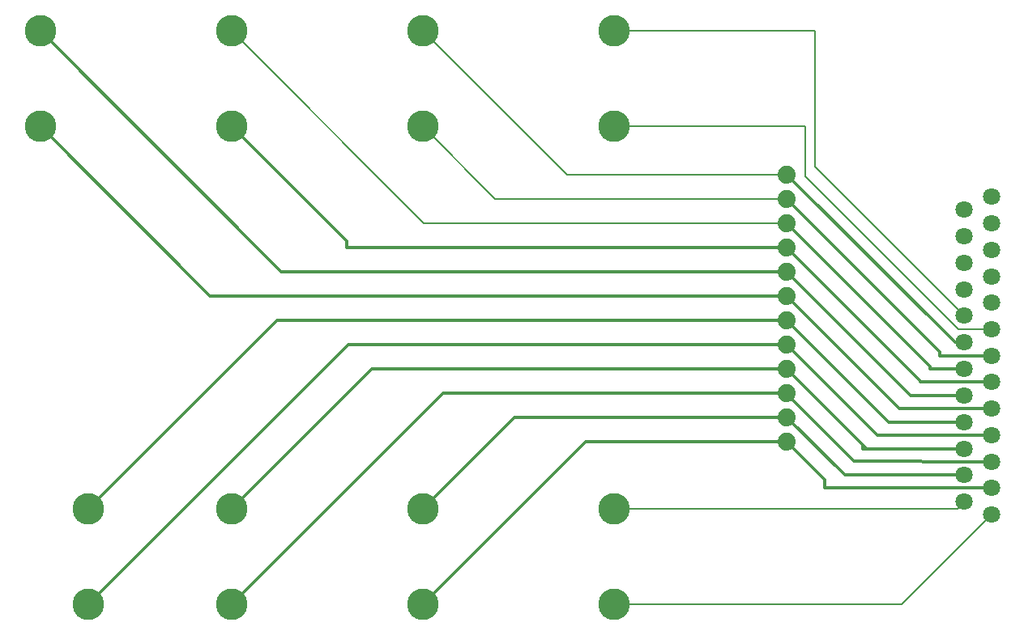
<source format=gtl>
G04 Layer: TopLayer*
G04 EasyEDA v6.5.51, 2026-01-14 15:08:39*
G04 dde8d36dd7f6405bbf5d2bde1aba3d06,1eba0ef7a20a4348ba21f928fdb5677a,10*
G04 Gerber Generator version 0.2*
G04 Scale: 100 percent, Rotated: No, Reflected: No *
G04 Dimensions in millimeters *
G04 leading zeros omitted , absolute positions ,4 integer and 5 decimal *
%FSLAX45Y45*%
%MOMM*%

%ADD10C,0.3000*%
%ADD11C,0.2040*%
%ADD12C,1.8000*%
%ADD13C,1.8796*%
%ADD14C,3.3020*%
%ADD15C,0.0111*%

%LPD*%
D10*
X1999995Y1999995D02*
G01*
X3972991Y3972991D01*
X9299981Y3972991D01*
X5499988Y999997D02*
G01*
X7202982Y2702991D01*
X9299981Y2702991D01*
D11*
X11157991Y4017060D02*
G01*
X9599980Y5575071D01*
X9599980Y6999986D01*
X7499984Y6999986D01*
D10*
X5499988Y999997D02*
G01*
X7202982Y2702991D01*
X9299981Y2702991D01*
X9299981Y3464991D02*
G01*
X10138054Y2626918D01*
X11157991Y2626918D01*
X9299981Y3972991D02*
G01*
X10367924Y2905048D01*
X11157991Y2905048D01*
X9299981Y4480991D02*
G01*
X10598048Y3182924D01*
X11157991Y3182924D01*
D11*
X11441963Y3877106D02*
G01*
X11099977Y3877106D01*
X9499981Y5477103D01*
X9499981Y5999987D01*
X7499984Y5999987D01*
X5499988Y6999986D02*
G01*
X7002983Y5496991D01*
X9299981Y5496991D01*
X5499988Y5999987D02*
G01*
X6256985Y5242991D01*
X9299981Y5242991D01*
D10*
X3499993Y999997D02*
G01*
X5710986Y3210991D01*
X9299981Y3210991D01*
D11*
X7499984Y999997D02*
G01*
X10503890Y999997D01*
X11441963Y1938070D01*
X3499993Y6999986D02*
G01*
X5510987Y4988991D01*
X9299983Y4988991D01*
D10*
X1499996Y6999986D02*
G01*
X4018991Y4480991D01*
X9299983Y4480991D01*
X3499993Y1999995D02*
G01*
X4964988Y3464991D01*
X9299981Y3464991D01*
X5499988Y1999995D02*
G01*
X6456984Y2956991D01*
X9299981Y2956991D01*
X11157991Y3182924D02*
G01*
X10598048Y3182924D01*
X9299981Y4480991D01*
X11441963Y3323132D02*
G01*
X10699978Y3323132D01*
X10699978Y3334994D01*
X9299981Y4734991D01*
X11441963Y3599992D02*
G01*
X10899978Y3599992D01*
X10899978Y3642995D01*
X9299981Y5242991D01*
X11157991Y3738930D02*
G01*
X11058042Y3738930D01*
X9299981Y5496991D01*
X9299981Y4226991D02*
G01*
X3272993Y4226991D01*
X1499996Y5999987D01*
X9299981Y4734991D02*
G01*
X4699990Y4734991D01*
X4699990Y4799990D01*
X3499993Y5999987D01*
X11157991Y3461054D02*
G01*
X10799978Y3461054D01*
X10799978Y3488994D01*
X9299981Y4988991D01*
X1999995Y999997D02*
G01*
X4718989Y3718991D01*
X9299981Y3718991D01*
X11157991Y2905048D02*
G01*
X10367924Y2905048D01*
X9299981Y3972991D01*
D11*
X7499984Y1999995D02*
G01*
X11087074Y1999995D01*
X11157991Y2070912D01*
D10*
X11441963Y2768904D02*
G01*
X10250068Y2768904D01*
X9299981Y3718991D01*
X11157991Y2626918D02*
G01*
X10099979Y2626918D01*
X10099979Y2664993D01*
X9299981Y3464991D01*
X9299981Y3210991D02*
G01*
X9299981Y3199993D01*
X9999979Y2499995D01*
X11441963Y2492044D02*
G01*
X9999979Y2499995D01*
X11157991Y2349042D02*
G01*
X9907930Y2349042D01*
X9299981Y2956991D01*
X11441963Y3046018D02*
G01*
X10480954Y3046018D01*
X9299981Y4226991D01*
X11441963Y2214930D02*
G01*
X9699980Y2214930D01*
X9699980Y2302992D01*
X9299981Y2702991D01*
D12*
G01*
X11441709Y5261914D03*
G01*
X11441963Y4985054D03*
G01*
X11441963Y4707940D03*
G01*
X11441963Y4431080D03*
G01*
X11441963Y4153966D03*
G01*
X11441963Y3877106D03*
G01*
X11441963Y3599992D03*
G01*
X11441963Y3323132D03*
G01*
X11441963Y3046018D03*
G01*
X11441963Y2768904D03*
G01*
X11441963Y2492044D03*
G01*
X11441963Y2214930D03*
G01*
X11441963Y1938070D03*
G01*
X11157991Y5128818D03*
G01*
X11157991Y4850942D03*
G01*
X11157991Y4573066D03*
G01*
X11157991Y4294936D03*
G01*
X11157991Y4017060D03*
G01*
X11157991Y3738930D03*
G01*
X11157991Y3461054D03*
G01*
X11157991Y3182924D03*
G01*
X11157991Y2905048D03*
G01*
X11157991Y2626918D03*
G01*
X11157991Y2349042D03*
G01*
X11157991Y2070912D03*
D13*
G01*
X9299981Y5496991D03*
G01*
X9299981Y5242991D03*
G01*
X9299981Y4988991D03*
G01*
X9299981Y4734991D03*
G01*
X9299981Y4480991D03*
G01*
X9299981Y4226991D03*
G01*
X9299981Y3972991D03*
G01*
X9299981Y3718991D03*
G01*
X9299981Y3464991D03*
G01*
X9299981Y3210991D03*
G01*
X9299981Y2956991D03*
G01*
X9299981Y2702991D03*
D14*
G01*
X1499996Y5999987D03*
G01*
X1499996Y6999986D03*
G01*
X3499993Y5999987D03*
G01*
X3499993Y6999986D03*
G01*
X5499988Y5999987D03*
G01*
X5499988Y6999986D03*
G01*
X7499984Y5999987D03*
G01*
X7499984Y6999986D03*
G01*
X7499984Y999997D03*
G01*
X7499984Y1999995D03*
G01*
X5499988Y999997D03*
G01*
X5499988Y1999995D03*
G01*
X3499993Y999997D03*
G01*
X3499993Y1999995D03*
G01*
X1999995Y999997D03*
G01*
X1999995Y1999995D03*
M02*

</source>
